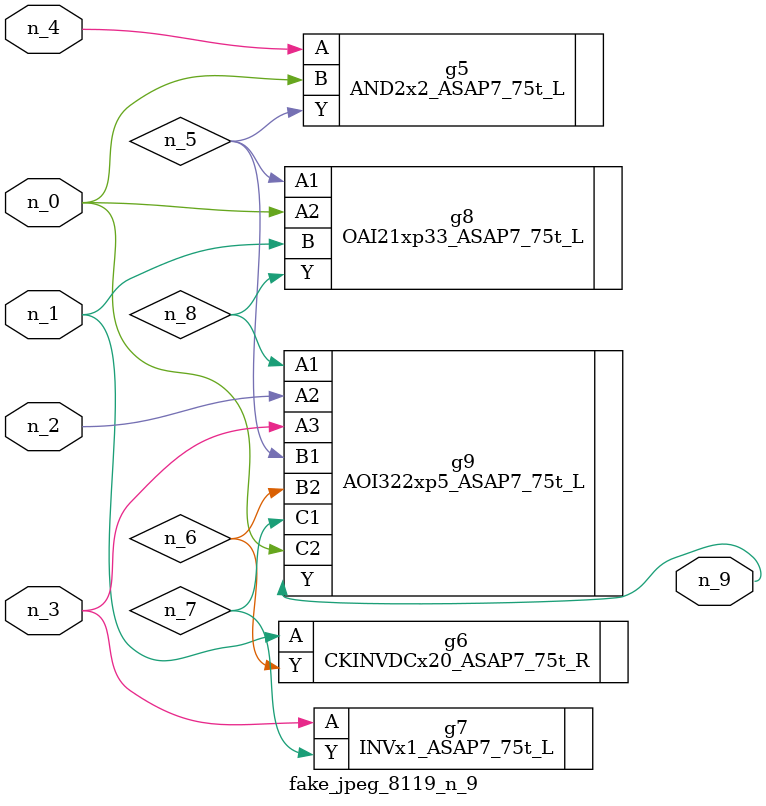
<source format=v>
module fake_jpeg_8119_n_9 (n_3, n_2, n_1, n_0, n_4, n_9);

input n_3;
input n_2;
input n_1;
input n_0;
input n_4;

output n_9;

wire n_8;
wire n_6;
wire n_5;
wire n_7;

AND2x2_ASAP7_75t_L g5 ( 
.A(n_4),
.B(n_0),
.Y(n_5)
);

CKINVDCx20_ASAP7_75t_R g6 ( 
.A(n_1),
.Y(n_6)
);

INVx1_ASAP7_75t_L g7 ( 
.A(n_3),
.Y(n_7)
);

OAI21xp33_ASAP7_75t_L g8 ( 
.A1(n_5),
.A2(n_0),
.B(n_1),
.Y(n_8)
);

AOI322xp5_ASAP7_75t_L g9 ( 
.A1(n_8),
.A2(n_2),
.A3(n_3),
.B1(n_5),
.B2(n_6),
.C1(n_7),
.C2(n_0),
.Y(n_9)
);


endmodule
</source>
